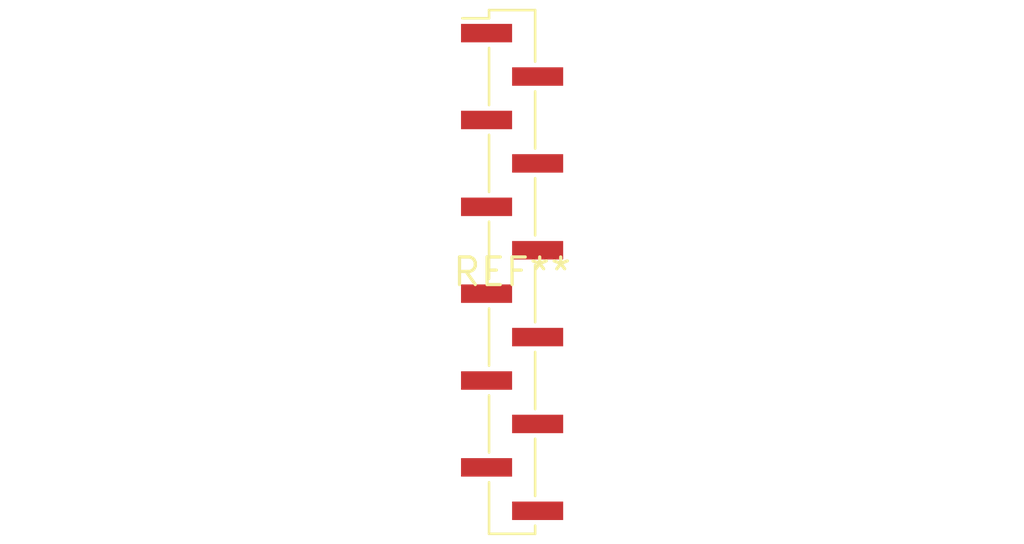
<source format=kicad_pcb>
(kicad_pcb (version 20240108) (generator pcbnew)
  (layers (0 "F.Cu" signal) (31 "B.Cu" signal) (34 "B.Paste" user) (35 "F.Paste" user) (36 "B.SilkS" user "B.Silkscreen") (37 "F.SilkS" user "F.Silkscreen") (38 "B.Mask" user) (39 "F.Mask" user) (44 "Edge.Cuts" user))
  (net 0 "")
  (footprint "PinHeader_1x12_P2.00mm_Vertical_SMD_Pin1Left" (layer "F.Cu") (at 0 0)
    (property "Reference" "REF**")
    (property "Value" "PinHeader_1x12_P2.00mm_Vertical_SMD_Pin1Left")
    (fp_line (start -1.06 -12.06) (end -1.06 -11.685) (layer "F.SilkS") (stroke (width 0.12)))
    (fp_line (start -1.06 -12.06) (end 1.06 -12.06) (layer "F.SilkS") (stroke (width 0.12)))
    (fp_line (start -1.06 -11.685) (end -2.29 -11.685) (layer "F.SilkS") (stroke (width 0.12)))
    (fp_line (start -1.06 -10.315) (end -1.06 -7.685) (layer "F.SilkS") (stroke (width 0.12)))
    (fp_line (start -1.06 -6.315) (end -1.06 -3.685) (layer "F.SilkS") (stroke (width 0.12)))
    (fp_line (start -1.06 -2.315) (end -1.06 0.315) (layer "F.SilkS") (stroke (width 0.12)))
    (fp_line (start -1.06 1.685) (end -1.06 4.315) (layer "F.SilkS") (stroke (width 0.12)))
    (fp_line (start -1.06 5.685) (end -1.06 8.315) (layer "F.SilkS") (stroke (width 0.12)))
    (fp_line (start -1.06 9.685) (end -1.06 12.06) (layer "F.SilkS") (stroke (width 0.12)))
    (fp_line (start -1.06 12.06) (end 1.06 12.06) (layer "F.SilkS") (stroke (width 0.12)))
    (fp_line (start 1.06 -12.06) (end 1.06 -9.685) (layer "F.SilkS") (stroke (width 0.12)))
    (fp_line (start 1.06 -8.315) (end 1.06 -5.685) (layer "F.SilkS") (stroke (width 0.12)))
    (fp_line (start 1.06 -4.315) (end 1.06 -1.685) (layer "F.SilkS") (stroke (width 0.12)))
    (fp_line (start 1.06 -0.315) (end 1.06 2.315) (layer "F.SilkS") (stroke (width 0.12)))
    (fp_line (start 1.06 3.685) (end 1.06 6.315) (layer "F.SilkS") (stroke (width 0.12)))
    (fp_line (start 1.06 7.685) (end 1.06 10.315) (layer "F.SilkS") (stroke (width 0.12)))
    (fp_line (start 1.06 11.685) (end 1.06 12.06) (layer "F.SilkS") (stroke (width 0.12)))
    (pad "1" smd rect (at -1.175 -11) (size 2.35 0.85) (layers "F.Cu" "F.Paste" "F.Mask"))
    (pad "2" smd rect (at 1.175 -9) (size 2.35 0.85) (layers "F.Cu" "F.Paste" "F.Mask"))
    (pad "3" smd rect (at -1.175 -7) (size 2.35 0.85) (layers "F.Cu" "F.Paste" "F.Mask"))
    (pad "4" smd rect (at 1.175 -5) (size 2.35 0.85) (layers "F.Cu" "F.Paste" "F.Mask"))
    (pad "5" smd rect (at -1.175 -3) (size 2.35 0.85) (layers "F.Cu" "F.Paste" "F.Mask"))
    (pad "6" smd rect (at 1.175 -1) (size 2.35 0.85) (layers "F.Cu" "F.Paste" "F.Mask"))
    (pad "7" smd rect (at -1.175 1) (size 2.35 0.85) (layers "F.Cu" "F.Paste" "F.Mask"))
    (pad "8" smd rect (at 1.175 3) (size 2.35 0.85) (layers "F.Cu" "F.Paste" "F.Mask"))
    (pad "9" smd rect (at -1.175 5) (size 2.35 0.85) (layers "F.Cu" "F.Paste" "F.Mask"))
    (pad "10" smd rect (at 1.175 7) (size 2.35 0.85) (layers "F.Cu" "F.Paste" "F.Mask"))
    (pad "11" smd rect (at -1.175 9) (size 2.35 0.85) (layers "F.Cu" "F.Paste" "F.Mask"))
    (pad "12" smd rect (at 1.175 11) (size 2.35 0.85) (layers "F.Cu" "F.Paste" "F.Mask"))
  )
)
</source>
